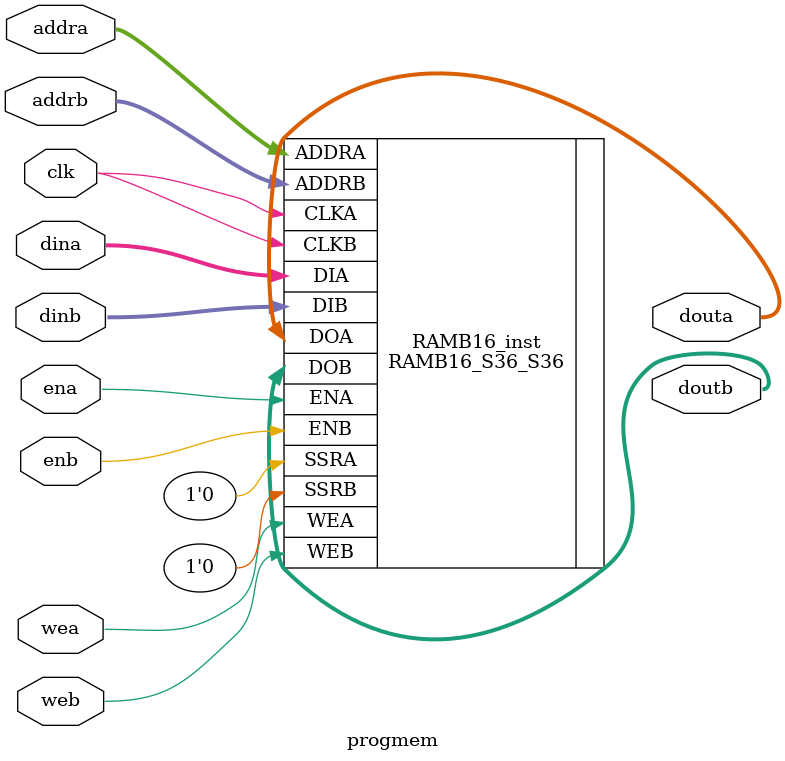
<source format=v>
`timescale 10ns/10ns

module tb();

parameter topa = 8;

reg   clk;
reg   [31:0] dina;
reg   [topa:0] addr, addr2;
reg   [0:0] we;
reg   [0:0] en;
reg   [31:0] mem[0:(2<<topa)-1];
wire  [31:0] dout;

progmem rom1(.clk(clk), .dina(dina), .addra(addr), .wea(we), .douta(dout), .ena(en),
	     .dinb(dina), .addrb(addr), .web(1'b0), .doutb(), .enb(1'b0));

   integer  i, last;

   initial
      begin
	 clk = 0;
	 dina = 0;
	 addr = 0;
	 we = 0;
	 en = -1;
	 for (i = 0; i < (2<<topa); i=i+1)
	    begin
	       #100 clk = 1;
	       #100 clk = 0;
	       mem[addr] = dout;
	       addr = addr + 1;
	       if (dout > 0) last = addr;
	    end;

	 addr2 = 0;
	 en = 0;
	 for (i = 0; i <= last; i=i+1)
	    begin
	       #100 clk = 1;
	       #100 clk = 0;
	       $display("%x", mem[addr2]);
	       addr2 = addr2 + 1;
	    end;
	  end
   
endmodule

module progmem(clk, dina, addra, wea, douta, ena, dinb, addrb, web, doutb, enb);

input clk;
input [31:0] dina;
input [8:0] addra;
input [0:0] wea;
input [0:0] ena;
output [31:0] douta;
input [31:0] dinb;
input [8:0] addrb;
input [0:0] web;
input [0:0] enb;
output [31:0] doutb;

   RAMB16_S36_S36 #(
        // The following INIT_xx declarations specify the initial contents of the RAM
        .INIT_00(256'hC036BE7C001466DB207ED90C06000071C071C0000CB264FFFFFFFFF8D07FFFFF),
        .INIT_01(256'h000000000000000000000000000000000000007D8A00049CC40733ED71827F9E),
        .INIT_02(256'h0000000000000000000000000000000000000000000000000000000000000000),
        .INIT_03(256'h0000000000000000000000000000000000000000000000000000000000000000),
        .INIT_04(256'h0000000000000000000000000000000000000000000000000000000000000000),
        .INIT_05(256'h0000000000000000000000000000000000000000000000000000000000000000),
        .INIT_06(256'h0000000000000000000000000000000000000000000000000000000000000000),
        .INIT_07(256'h0000000000000000000000000000000000000000000000000000000000000000),
        .INIT_08(256'h0000000000000000000000000000000000000000000000000000000000000000),
        .INIT_09(256'h0000000000000000000000000000000000000000000000000000000000000000),
        .INIT_0A(256'h0000000000000000000000000000000000000000000000000000000000000000),
        .INIT_0B(256'h0000000000000000000000000000000000000000000000000000000000000000),
        .INIT_0C(256'h0000000000000000000000000000000000000000000000000000000000000000),
        .INIT_0D(256'h0000000000000000000000000000000000000000000000000000000000000000),
        .INIT_0E(256'h0000000000000000000000000000000000000000000000000000000000000000),
        .INIT_0F(256'h0000000000000000000000000000000000000000000000000000000000000000),
        .INIT_10(256'h0000000000000000000000000000000000000000000000000000000000000000),
        .INIT_11(256'h0000000000000000000000000000000000000000000000000000000000000000),
        .INIT_12(256'h0000000000000000000000000000000000000000000000000000000000000000),
        .INIT_13(256'h0000000000000000000000000000000000000000000000000000000000000000),
        .INIT_14(256'h0000000000000000000000000000000000000000000000000000000000000000),
        .INIT_15(256'h0000000000000000000000000000000000000000000000000000000000000000),
        .INIT_16(256'h0000000000000000000000000000000000000000000000000000000000000000),
        .INIT_17(256'h0000000000000000000000000000000000000000000000000000000000000000),
        .INIT_18(256'h0000000000000000000000000000000000000000000000000000000000000000),
        .INIT_19(256'h0000000000000000000000000000000000000000000000000000000000000000),
        .INIT_1A(256'h0000000000000000000000000000000000000000000000000000000000000000),
        .INIT_1B(256'h0000000000000000000000000000000000000000000000000000000000000000),
        .INIT_1C(256'h0000000000000000000000000000000000000000000000000000000000000000),
        .INIT_1D(256'h0000000000000000000000000000000000000000000000000000000000000000),
        .INIT_1E(256'h0000000000000000000000000000000000000000000000000000000000000000),
        .INIT_1F(256'h0000000000000000000000000000000000000000000000000000000000000000),
        .INIT_20(256'h0000000000000000000000000000000000000000000000000000000000000000),
        .INIT_21(256'h0000000000000000000000000000000000000000000000000000000000000000),
        .INIT_22(256'h0000000000000000000000000000000000000000000000000000000000000000),
        .INIT_23(256'h0000000000000000000000000000000000000000000000000000000000000000),
        .INIT_24(256'h0000000000000000000000000000000000000000000000000000000000000000),
        .INIT_25(256'h0000000000000000000000000000000000000000000000000000000000000000),
        .INIT_26(256'h0000000000000000000000000000000000000000000000000000000000000000),
        .INIT_27(256'h0000000000000000000000000000000000000000000000000000000000000000),
        .INIT_28(256'h0000000000000000000000000000000000000000000000000000000000000000),
        .INIT_29(256'h0000000000000000000000000000000000000000000000000000000000000000),
        .INIT_2A(256'h0000000000000000000000000000000000000000000000000000000000000000),
        .INIT_2B(256'h0000000000000000000000000000000000000000000000000000000000000000),
        .INIT_2C(256'h0000000000000000000000000000000000000000000000000000000000000000),
        .INIT_2D(256'h0000000000000000000000000000000000000000000000000000000000000000),
        .INIT_2E(256'h0000000000000000000000000000000000000000000000000000000000000000),
        .INIT_2F(256'h0000000000000000000000000000000000000000000000000000000000000000),
        .INIT_30(256'h0000000000000000000000000000000000000000000000000000000000000000),
        .INIT_31(256'h0000000000000000000000000000000000000000000000000000000000000000),
        .INIT_32(256'h0000000000000000000000000000000000000000000000000000000000000000),
        .INIT_33(256'h0000000000000000000000000000000000000000000000000000000000000000),
        .INIT_34(256'h0000000000000000000000000000000000000000000000000000000000000000),
        .INIT_35(256'h0000000000000000000000000000000000000000000000000000000000000000),
        .INIT_36(256'h0000000000000000000000000000000000000000000000000000000000000000),
        .INIT_37(256'h0000000000000000000000000000000000000000000000000000000000000000),
        .INIT_38(256'h0000000000000000000000000000000000000000000000000000000000000000),
        .INIT_39(256'h0000000000000000000000000000000000000000000000000000000000000000),
        .INIT_3A(256'h0000000000000000000000000000000000000000000000000000000000000000),
        .INIT_3B(256'h0000000000000000000000000000000000000000000000000000000000000000),
        .INIT_3C(256'h0000000000000000000000000000000000000000000000000000000000000000),
        .INIT_3D(256'h0000000000000000000000000000000000000000000000000000000000000000),
        .INIT_3E(256'h0000000000000000000000000000000000000000000000000000000000000000),
        .INIT_3F(256'h0000000000000000000000000000000000000000000000000000000000000000))
     RAMB16_inst (
      .CLKA(clk),      // Port A Clock
      .DOA(douta),  // Port A 1-bit Data Output
      .ADDRA(addra[8:0]),    // Port A 14-bit Address Input
      .DIA(dina),   // Port A 1-bit Data Input
      .ENA(ena),    // Port A RAM Enable Input
      .SSRA(1'b0),     // Port A Synchronous Set/Reset Input
      .WEA(wea),         // Port A Write Enable Input
      .CLKB(clk),      // Port B Clock
      .DOB(doutb),  // Port B 1-bit Data Output
      .ADDRB(addrb[8:0]),    // Port B 14-bit Address Input
      .DIB(dinb),   // Port B 1-bit Data Input
      .ENB(enb),    // Port B RAM Enable Input
      .SSRB(1'b0),     // Port B Synchronous Set/Reset Input
      .WEB(web)         // Port B Write Enable Input
   ); // 

endmodule

</source>
